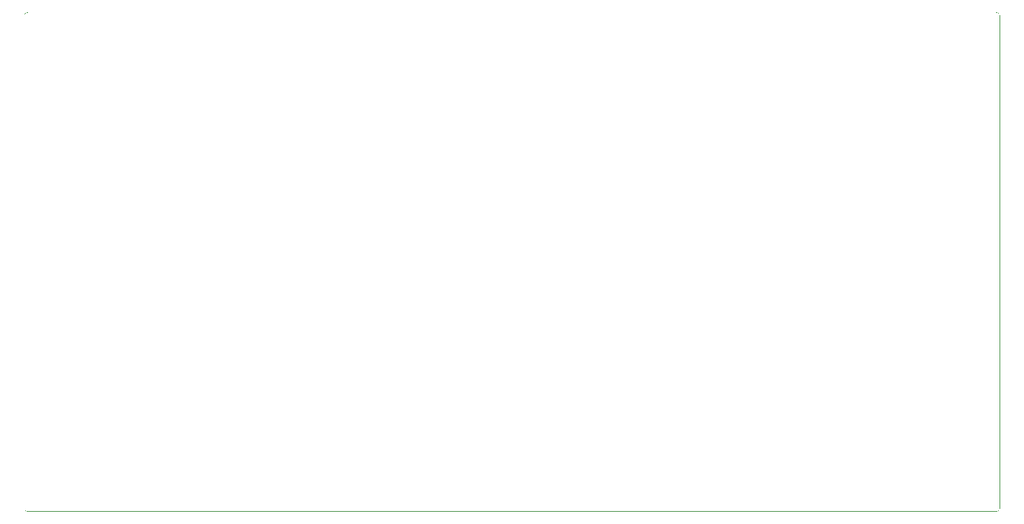
<source format=gbr>
%TF.GenerationSoftware,KiCad,Pcbnew,(5.1.10-1-10_14)*%
%TF.CreationDate,2021-08-29T23:03:25+08:00*%
%TF.ProjectId,SMP v.2,534d5020-762e-4322-9e6b-696361645f70,rev?*%
%TF.SameCoordinates,Original*%
%TF.FileFunction,Legend,Bot*%
%TF.FilePolarity,Positive*%
%FSLAX46Y46*%
G04 Gerber Fmt 4.6, Leading zero omitted, Abs format (unit mm)*
G04 Created by KiCad (PCBNEW (5.1.10-1-10_14)) date 2021-08-29 23:03:25*
%MOMM*%
%LPD*%
G01*
G04 APERTURE LIST*
%TA.AperFunction,Profile*%
%ADD10C,0.050000*%
%TD*%
%ADD11C,0.500000*%
%ADD12C,0.650000*%
%ADD13O,1.000000X2.100000*%
%ADD14O,1.000000X1.600000*%
%ADD15C,1.750000*%
%ADD16C,2.250000*%
%ADD17C,3.987800*%
%ADD18C,6.400000*%
G04 APERTURE END LIST*
D10*
X156052520Y-83629500D02*
G75*
G02*
X155727400Y-83954620I-325120J0D01*
G01*
X155727400Y-25214580D02*
G75*
G02*
X156052520Y-25539700I0J-325120D01*
G01*
X41366440Y-25539700D02*
G75*
G02*
X41691560Y-25214580I325120J0D01*
G01*
X41689020Y-83957160D02*
G75*
G02*
X41363900Y-83632040I0J325120D01*
G01*
X41366440Y-25539700D02*
X41363900Y-83632040D01*
X155727400Y-25214580D02*
X41691560Y-25214580D01*
X156052520Y-83629500D02*
X156052520Y-25539700D01*
X41689020Y-83957160D02*
X155727400Y-83954620D01*
%LPC*%
D11*
X155778200Y-25488900D02*
X155778200Y-83677760D01*
X41640760Y-83677760D02*
X155778200Y-83677760D01*
X41641840Y-25488900D02*
X41640760Y-83677760D01*
X41641840Y-25488900D02*
X155778200Y-25488900D01*
D12*
%TO.C,USB1*%
X58084180Y-32017560D03*
X63864180Y-32017560D03*
D13*
X65294180Y-32547560D03*
X56654180Y-32547560D03*
D14*
X65294180Y-28367560D03*
X56654180Y-28367560D03*
%TD*%
D15*
%TO.C,MX8*%
X141265900Y-64136300D03*
X131105900Y-64136300D03*
D16*
X132375900Y-61596300D03*
D17*
X136185900Y-64136300D03*
D16*
X138725900Y-59056300D03*
%TD*%
D18*
%TO.C,H4*%
X46528800Y-78790800D03*
%TD*%
%TO.C,H3*%
X46528800Y-30378400D03*
%TD*%
%TO.C,H2*%
X150901400Y-78790800D03*
%TD*%
%TO.C,H1*%
X150901400Y-30378400D03*
%TD*%
D15*
%TO.C,MX7*%
X122215900Y-64136300D03*
X112055900Y-64136300D03*
D16*
X113325900Y-61596300D03*
D17*
X117135900Y-64136300D03*
D16*
X119675900Y-59056300D03*
%TD*%
D15*
%TO.C,MX6*%
X103165900Y-64136300D03*
X93005900Y-64136300D03*
D16*
X94275900Y-61596300D03*
D17*
X98085900Y-64136300D03*
D16*
X100625900Y-59056300D03*
%TD*%
D15*
%TO.C,MX5*%
X84115900Y-64136300D03*
X73955900Y-64136300D03*
D16*
X75225900Y-61596300D03*
D17*
X79035900Y-64136300D03*
D16*
X81575900Y-59056300D03*
%TD*%
D15*
%TO.C,MX4*%
X141265900Y-45086300D03*
X131105900Y-45086300D03*
D16*
X132375900Y-42546300D03*
D17*
X136185900Y-45086300D03*
D16*
X138725900Y-40006300D03*
%TD*%
D15*
%TO.C,MX3*%
X122215900Y-45086300D03*
X112055900Y-45086300D03*
D16*
X113325900Y-42546300D03*
D17*
X117135900Y-45086300D03*
D16*
X119675900Y-40006300D03*
%TD*%
D15*
%TO.C,MX2*%
X103165900Y-45086300D03*
X93005900Y-45086300D03*
D16*
X94275900Y-42546300D03*
D17*
X98085900Y-45086300D03*
D16*
X100625900Y-40006300D03*
%TD*%
D15*
%TO.C,MX1*%
X84115900Y-45086300D03*
X73955900Y-45086300D03*
D16*
X75225900Y-42546300D03*
D17*
X79035900Y-45086300D03*
D16*
X81575900Y-40006300D03*
%TD*%
M02*

</source>
